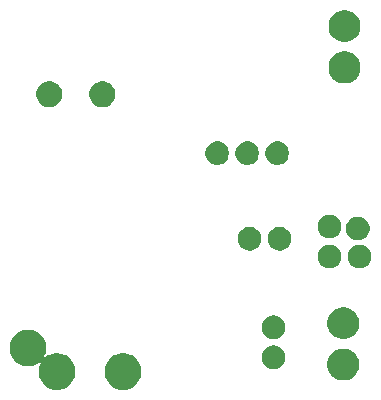
<source format=gbr>
G04 #@! TF.GenerationSoftware,KiCad,Pcbnew,5.1.5-52549c5~86~ubuntu18.04.1*
G04 #@! TF.CreationDate,2020-08-23T11:51:57-07:00*
G04 #@! TF.ProjectId,heat2sound_rx_rev01,68656174-3273-46f7-956e-645f72785f72,rev?*
G04 #@! TF.SameCoordinates,Original*
G04 #@! TF.FileFunction,Soldermask,Bot*
G04 #@! TF.FilePolarity,Negative*
%FSLAX46Y46*%
G04 Gerber Fmt 4.6, Leading zero omitted, Abs format (unit mm)*
G04 Created by KiCad (PCBNEW 5.1.5-52549c5~86~ubuntu18.04.1) date 2020-08-23 11:51:57*
%MOMM*%
%LPD*%
G04 APERTURE LIST*
%ADD10C,0.100000*%
G04 APERTURE END LIST*
D10*
G36*
X155002390Y-128729783D02*
G01*
X155152118Y-128759565D01*
X155268960Y-128807963D01*
X155434199Y-128876407D01*
X155434200Y-128876408D01*
X155688068Y-129046036D01*
X155903964Y-129261932D01*
X155903965Y-129261934D01*
X156073593Y-129515801D01*
X156142037Y-129681040D01*
X156190435Y-129797882D01*
X156250000Y-130097338D01*
X156250000Y-130402662D01*
X156190435Y-130702118D01*
X156154246Y-130789485D01*
X156073593Y-130984199D01*
X156053223Y-131014685D01*
X156048603Y-131023329D01*
X156045758Y-131032709D01*
X156044797Y-131042463D01*
X156045758Y-131052217D01*
X156048603Y-131061597D01*
X156053223Y-131070241D01*
X156059441Y-131077818D01*
X156067018Y-131084036D01*
X156075662Y-131088656D01*
X156085042Y-131091501D01*
X156094796Y-131092462D01*
X156104550Y-131091501D01*
X156113930Y-131088656D01*
X156122574Y-131084036D01*
X156130145Y-131077823D01*
X156161932Y-131046036D01*
X156415800Y-130876408D01*
X156415801Y-130876407D01*
X156581040Y-130807963D01*
X156697882Y-130759565D01*
X156847610Y-130729783D01*
X156997337Y-130700000D01*
X157302663Y-130700000D01*
X157452390Y-130729783D01*
X157602118Y-130759565D01*
X157718960Y-130807963D01*
X157884199Y-130876407D01*
X157884200Y-130876408D01*
X158138068Y-131046036D01*
X158353964Y-131261932D01*
X158393999Y-131321849D01*
X158523593Y-131515801D01*
X158568241Y-131623592D01*
X158616640Y-131740435D01*
X158640435Y-131797883D01*
X158700000Y-132097337D01*
X158700000Y-132402663D01*
X158640435Y-132702117D01*
X158523593Y-132984199D01*
X158523592Y-132984200D01*
X158353964Y-133238068D01*
X158138068Y-133453964D01*
X158010273Y-133539353D01*
X157884199Y-133623593D01*
X157718960Y-133692037D01*
X157602118Y-133740435D01*
X157452390Y-133770217D01*
X157302663Y-133800000D01*
X156997337Y-133800000D01*
X156847610Y-133770217D01*
X156697882Y-133740435D01*
X156581040Y-133692037D01*
X156415801Y-133623593D01*
X156289727Y-133539353D01*
X156161932Y-133453964D01*
X155946036Y-133238068D01*
X155776408Y-132984200D01*
X155776407Y-132984199D01*
X155659565Y-132702117D01*
X155600000Y-132402663D01*
X155600000Y-132097337D01*
X155659565Y-131797883D01*
X155683361Y-131740435D01*
X155731759Y-131623592D01*
X155776407Y-131515801D01*
X155796777Y-131485315D01*
X155801397Y-131476671D01*
X155804242Y-131467291D01*
X155805203Y-131457537D01*
X155804242Y-131447783D01*
X155801397Y-131438403D01*
X155796777Y-131429759D01*
X155790559Y-131422182D01*
X155782982Y-131415964D01*
X155774338Y-131411344D01*
X155764958Y-131408499D01*
X155755204Y-131407538D01*
X155745450Y-131408499D01*
X155736070Y-131411344D01*
X155727426Y-131415964D01*
X155719855Y-131422177D01*
X155688068Y-131453964D01*
X155613429Y-131503836D01*
X155434199Y-131623593D01*
X155268960Y-131692037D01*
X155152118Y-131740435D01*
X155002390Y-131770217D01*
X154852663Y-131800000D01*
X154547337Y-131800000D01*
X154397610Y-131770217D01*
X154247882Y-131740435D01*
X154131040Y-131692037D01*
X153965801Y-131623593D01*
X153786571Y-131503836D01*
X153711932Y-131453964D01*
X153496036Y-131238068D01*
X153367725Y-131046036D01*
X153326407Y-130984199D01*
X153245754Y-130789485D01*
X153209565Y-130702118D01*
X153150000Y-130402662D01*
X153150000Y-130097338D01*
X153209565Y-129797882D01*
X153257963Y-129681040D01*
X153326407Y-129515801D01*
X153496035Y-129261934D01*
X153496036Y-129261932D01*
X153711932Y-129046036D01*
X153965800Y-128876408D01*
X153965801Y-128876407D01*
X154131040Y-128807963D01*
X154247882Y-128759565D01*
X154397610Y-128729783D01*
X154547337Y-128700000D01*
X154852663Y-128700000D01*
X155002390Y-128729783D01*
G37*
G36*
X163052390Y-130729783D02*
G01*
X163202118Y-130759565D01*
X163318960Y-130807963D01*
X163484199Y-130876407D01*
X163484200Y-130876408D01*
X163738068Y-131046036D01*
X163953964Y-131261932D01*
X163993999Y-131321849D01*
X164123593Y-131515801D01*
X164168241Y-131623592D01*
X164216640Y-131740435D01*
X164240435Y-131797883D01*
X164300000Y-132097337D01*
X164300000Y-132402663D01*
X164240435Y-132702117D01*
X164123593Y-132984199D01*
X164123592Y-132984200D01*
X163953964Y-133238068D01*
X163738068Y-133453964D01*
X163610273Y-133539353D01*
X163484199Y-133623593D01*
X163318960Y-133692037D01*
X163202118Y-133740435D01*
X163052390Y-133770217D01*
X162902663Y-133800000D01*
X162597337Y-133800000D01*
X162447610Y-133770217D01*
X162297882Y-133740435D01*
X162181040Y-133692037D01*
X162015801Y-133623593D01*
X161889727Y-133539353D01*
X161761932Y-133453964D01*
X161546036Y-133238068D01*
X161376408Y-132984200D01*
X161376407Y-132984199D01*
X161259565Y-132702117D01*
X161200000Y-132402663D01*
X161200000Y-132097337D01*
X161259565Y-131797883D01*
X161283361Y-131740435D01*
X161331759Y-131623592D01*
X161376407Y-131515801D01*
X161506001Y-131321849D01*
X161546036Y-131261932D01*
X161761932Y-131046036D01*
X162015800Y-130876408D01*
X162015801Y-130876407D01*
X162181040Y-130807963D01*
X162297882Y-130759565D01*
X162447610Y-130729783D01*
X162597337Y-130700000D01*
X162902663Y-130700000D01*
X163052390Y-130729783D01*
G37*
G36*
X181793779Y-130351939D02*
G01*
X182039463Y-130453705D01*
X182039465Y-130453706D01*
X182260575Y-130601447D01*
X182448613Y-130789485D01*
X182578717Y-130984200D01*
X182596355Y-131010597D01*
X182698121Y-131256281D01*
X182750000Y-131517095D01*
X182750000Y-131783025D01*
X182698121Y-132043839D01*
X182596355Y-132289523D01*
X182596354Y-132289525D01*
X182448613Y-132510635D01*
X182260575Y-132698673D01*
X182039465Y-132846414D01*
X182039464Y-132846415D01*
X182039463Y-132846415D01*
X181793779Y-132948181D01*
X181532965Y-133000060D01*
X181267035Y-133000060D01*
X181006221Y-132948181D01*
X180760537Y-132846415D01*
X180760536Y-132846415D01*
X180760535Y-132846414D01*
X180539425Y-132698673D01*
X180351387Y-132510635D01*
X180203646Y-132289525D01*
X180203645Y-132289523D01*
X180101879Y-132043839D01*
X180050000Y-131783025D01*
X180050000Y-131517095D01*
X180101879Y-131256281D01*
X180203645Y-131010597D01*
X180221283Y-130984200D01*
X180351387Y-130789485D01*
X180539425Y-130601447D01*
X180760535Y-130453706D01*
X180760537Y-130453705D01*
X181006221Y-130351939D01*
X181267035Y-130300060D01*
X181532965Y-130300060D01*
X181793779Y-130351939D01*
G37*
G36*
X175695090Y-130049375D02*
G01*
X175791689Y-130068589D01*
X175973678Y-130143971D01*
X176137463Y-130253409D01*
X176276751Y-130392697D01*
X176386189Y-130556482D01*
X176461571Y-130738471D01*
X176500000Y-130931669D01*
X176500000Y-131128651D01*
X176461571Y-131321849D01*
X176386189Y-131503838D01*
X176276751Y-131667623D01*
X176137463Y-131806911D01*
X175973678Y-131916349D01*
X175791689Y-131991731D01*
X175695090Y-132010945D01*
X175598493Y-132030160D01*
X175401507Y-132030160D01*
X175304910Y-132010945D01*
X175208311Y-131991731D01*
X175026322Y-131916349D01*
X174862537Y-131806911D01*
X174723249Y-131667623D01*
X174613811Y-131503838D01*
X174538429Y-131321849D01*
X174500000Y-131128651D01*
X174500000Y-130931669D01*
X174538429Y-130738471D01*
X174613811Y-130556482D01*
X174723249Y-130392697D01*
X174862537Y-130253409D01*
X175026322Y-130143971D01*
X175208311Y-130068589D01*
X175304910Y-130049375D01*
X175401507Y-130030160D01*
X175598493Y-130030160D01*
X175695090Y-130049375D01*
G37*
G36*
X181793779Y-126851819D02*
G01*
X182039463Y-126953585D01*
X182039465Y-126953586D01*
X182260575Y-127101327D01*
X182448613Y-127289365D01*
X182448614Y-127289367D01*
X182596355Y-127510477D01*
X182698121Y-127756161D01*
X182750000Y-128016975D01*
X182750000Y-128282905D01*
X182698121Y-128543719D01*
X182633387Y-128700000D01*
X182596354Y-128789405D01*
X182448613Y-129010515D01*
X182260575Y-129198553D01*
X182039465Y-129346294D01*
X182039464Y-129346295D01*
X182039463Y-129346295D01*
X181793779Y-129448061D01*
X181532965Y-129499940D01*
X181267035Y-129499940D01*
X181006221Y-129448061D01*
X180760537Y-129346295D01*
X180760536Y-129346295D01*
X180760535Y-129346294D01*
X180539425Y-129198553D01*
X180351387Y-129010515D01*
X180203646Y-128789405D01*
X180166613Y-128700000D01*
X180101879Y-128543719D01*
X180050000Y-128282905D01*
X180050000Y-128016975D01*
X180101879Y-127756161D01*
X180203645Y-127510477D01*
X180351386Y-127289367D01*
X180351387Y-127289365D01*
X180539425Y-127101327D01*
X180760535Y-126953586D01*
X180760537Y-126953585D01*
X181006221Y-126851819D01*
X181267035Y-126799940D01*
X181532965Y-126799940D01*
X181793779Y-126851819D01*
G37*
G36*
X175695090Y-127509375D02*
G01*
X175791689Y-127528589D01*
X175973678Y-127603971D01*
X176137463Y-127713409D01*
X176276751Y-127852697D01*
X176386189Y-128016482D01*
X176461571Y-128198471D01*
X176500000Y-128391669D01*
X176500000Y-128588651D01*
X176461571Y-128781849D01*
X176386189Y-128963838D01*
X176276751Y-129127623D01*
X176137463Y-129266911D01*
X175973678Y-129376349D01*
X175791689Y-129451731D01*
X175695090Y-129470946D01*
X175598493Y-129490160D01*
X175401507Y-129490160D01*
X175304910Y-129470946D01*
X175208311Y-129451731D01*
X175026322Y-129376349D01*
X174862537Y-129266911D01*
X174723249Y-129127623D01*
X174613811Y-128963838D01*
X174538429Y-128781849D01*
X174500000Y-128588651D01*
X174500000Y-128391669D01*
X174538429Y-128198471D01*
X174613811Y-128016482D01*
X174723249Y-127852697D01*
X174862537Y-127713409D01*
X175026322Y-127603971D01*
X175208311Y-127528589D01*
X175304910Y-127509375D01*
X175401507Y-127490160D01*
X175598493Y-127490160D01*
X175695090Y-127509375D01*
G37*
G36*
X180425090Y-121539214D02*
G01*
X180521689Y-121558429D01*
X180703678Y-121633811D01*
X180867463Y-121743249D01*
X181006751Y-121882537D01*
X181116189Y-122046322D01*
X181191571Y-122228311D01*
X181230000Y-122421509D01*
X181230000Y-122618491D01*
X181191571Y-122811689D01*
X181116189Y-122993678D01*
X181006751Y-123157463D01*
X180867463Y-123296751D01*
X180703678Y-123406189D01*
X180521689Y-123481571D01*
X180425090Y-123500785D01*
X180328493Y-123520000D01*
X180131507Y-123520000D01*
X180034910Y-123500785D01*
X179938311Y-123481571D01*
X179756322Y-123406189D01*
X179592537Y-123296751D01*
X179453249Y-123157463D01*
X179343811Y-122993678D01*
X179268429Y-122811689D01*
X179230000Y-122618491D01*
X179230000Y-122421509D01*
X179268429Y-122228311D01*
X179343811Y-122046322D01*
X179453249Y-121882537D01*
X179592537Y-121743249D01*
X179756322Y-121633811D01*
X179938311Y-121558429D01*
X180034910Y-121539214D01*
X180131507Y-121520000D01*
X180328493Y-121520000D01*
X180425090Y-121539214D01*
G37*
G36*
X182965090Y-121539214D02*
G01*
X183061689Y-121558429D01*
X183243678Y-121633811D01*
X183407463Y-121743249D01*
X183546751Y-121882537D01*
X183656189Y-122046322D01*
X183731571Y-122228311D01*
X183770000Y-122421509D01*
X183770000Y-122618491D01*
X183731571Y-122811689D01*
X183656189Y-122993678D01*
X183546751Y-123157463D01*
X183407463Y-123296751D01*
X183243678Y-123406189D01*
X183061689Y-123481571D01*
X182965090Y-123500785D01*
X182868493Y-123520000D01*
X182671507Y-123520000D01*
X182574910Y-123500785D01*
X182478311Y-123481571D01*
X182296322Y-123406189D01*
X182132537Y-123296751D01*
X181993249Y-123157463D01*
X181883811Y-122993678D01*
X181808429Y-122811689D01*
X181770000Y-122618491D01*
X181770000Y-122421509D01*
X181808429Y-122228311D01*
X181883811Y-122046322D01*
X181993249Y-121882537D01*
X182132537Y-121743249D01*
X182296322Y-121633811D01*
X182478311Y-121558429D01*
X182574910Y-121539214D01*
X182671507Y-121520000D01*
X182868493Y-121520000D01*
X182965090Y-121539214D01*
G37*
G36*
X173664930Y-120019214D02*
G01*
X173761529Y-120038429D01*
X173943518Y-120113811D01*
X174107303Y-120223249D01*
X174246591Y-120362537D01*
X174356029Y-120526322D01*
X174431411Y-120708311D01*
X174450625Y-120804910D01*
X174469491Y-120899751D01*
X174469840Y-120901509D01*
X174469840Y-121098491D01*
X174431411Y-121291689D01*
X174356029Y-121473678D01*
X174246591Y-121637463D01*
X174107303Y-121776751D01*
X173943518Y-121886189D01*
X173761529Y-121961571D01*
X173664930Y-121980786D01*
X173568333Y-122000000D01*
X173371347Y-122000000D01*
X173274750Y-121980786D01*
X173178151Y-121961571D01*
X172996162Y-121886189D01*
X172832377Y-121776751D01*
X172693089Y-121637463D01*
X172583651Y-121473678D01*
X172508269Y-121291689D01*
X172469840Y-121098491D01*
X172469840Y-120901509D01*
X172470190Y-120899751D01*
X172489055Y-120804910D01*
X172508269Y-120708311D01*
X172583651Y-120526322D01*
X172693089Y-120362537D01*
X172832377Y-120223249D01*
X172996162Y-120113811D01*
X173178151Y-120038429D01*
X173274750Y-120019214D01*
X173371347Y-120000000D01*
X173568333Y-120000000D01*
X173664930Y-120019214D01*
G37*
G36*
X176204930Y-120019214D02*
G01*
X176301529Y-120038429D01*
X176483518Y-120113811D01*
X176647303Y-120223249D01*
X176786591Y-120362537D01*
X176896029Y-120526322D01*
X176971411Y-120708311D01*
X176990625Y-120804910D01*
X177009491Y-120899751D01*
X177009840Y-120901509D01*
X177009840Y-121098491D01*
X176971411Y-121291689D01*
X176896029Y-121473678D01*
X176786591Y-121637463D01*
X176647303Y-121776751D01*
X176483518Y-121886189D01*
X176301529Y-121961571D01*
X176204930Y-121980786D01*
X176108333Y-122000000D01*
X175911347Y-122000000D01*
X175814750Y-121980786D01*
X175718151Y-121961571D01*
X175536162Y-121886189D01*
X175372377Y-121776751D01*
X175233089Y-121637463D01*
X175123651Y-121473678D01*
X175048269Y-121291689D01*
X175009840Y-121098491D01*
X175009840Y-120901509D01*
X175010190Y-120899751D01*
X175029055Y-120804910D01*
X175048269Y-120708311D01*
X175123651Y-120526322D01*
X175233089Y-120362537D01*
X175372377Y-120223249D01*
X175536162Y-120113811D01*
X175718151Y-120038429D01*
X175814750Y-120019214D01*
X175911347Y-120000000D01*
X176108333Y-120000000D01*
X176204930Y-120019214D01*
G37*
G36*
X182822090Y-119142214D02*
G01*
X182918689Y-119161429D01*
X183100678Y-119236811D01*
X183264463Y-119346249D01*
X183403751Y-119485537D01*
X183513189Y-119649322D01*
X183588571Y-119831311D01*
X183588571Y-119831313D01*
X183627000Y-120024507D01*
X183627000Y-120221493D01*
X183617016Y-120271687D01*
X183588571Y-120414689D01*
X183513189Y-120596678D01*
X183403751Y-120760463D01*
X183264463Y-120899751D01*
X183100678Y-121009189D01*
X182918689Y-121084571D01*
X182822090Y-121103786D01*
X182725493Y-121123000D01*
X182528507Y-121123000D01*
X182431910Y-121103786D01*
X182335311Y-121084571D01*
X182153322Y-121009189D01*
X181989537Y-120899751D01*
X181850249Y-120760463D01*
X181740811Y-120596678D01*
X181665429Y-120414689D01*
X181636984Y-120271687D01*
X181627000Y-120221493D01*
X181627000Y-120024507D01*
X181665429Y-119831313D01*
X181665429Y-119831311D01*
X181740811Y-119649322D01*
X181850249Y-119485537D01*
X181989537Y-119346249D01*
X182153322Y-119236811D01*
X182335311Y-119161429D01*
X182431910Y-119142214D01*
X182528507Y-119123000D01*
X182725493Y-119123000D01*
X182822090Y-119142214D01*
G37*
G36*
X180425090Y-118999215D02*
G01*
X180521689Y-119018429D01*
X180703678Y-119093811D01*
X180867463Y-119203249D01*
X181006751Y-119342537D01*
X181116189Y-119506322D01*
X181191571Y-119688311D01*
X181230000Y-119881509D01*
X181230000Y-120078491D01*
X181191571Y-120271689D01*
X181116189Y-120453678D01*
X181006751Y-120617463D01*
X180867463Y-120756751D01*
X180703678Y-120866189D01*
X180521689Y-120941571D01*
X180425090Y-120960785D01*
X180328493Y-120980000D01*
X180131507Y-120980000D01*
X180034910Y-120960785D01*
X179938311Y-120941571D01*
X179756322Y-120866189D01*
X179592537Y-120756751D01*
X179453249Y-120617463D01*
X179343811Y-120453678D01*
X179268429Y-120271689D01*
X179230000Y-120078491D01*
X179230000Y-119881509D01*
X179268429Y-119688311D01*
X179343811Y-119506322D01*
X179453249Y-119342537D01*
X179592537Y-119203249D01*
X179756322Y-119093811D01*
X179938311Y-119018429D01*
X180034910Y-118999215D01*
X180131507Y-118980000D01*
X180328493Y-118980000D01*
X180425090Y-118999215D01*
G37*
G36*
X170905090Y-112769215D02*
G01*
X171001689Y-112788429D01*
X171183678Y-112863811D01*
X171347463Y-112973249D01*
X171486751Y-113112537D01*
X171596189Y-113276322D01*
X171671571Y-113458311D01*
X171710000Y-113651509D01*
X171710000Y-113848491D01*
X171671571Y-114041689D01*
X171596189Y-114223678D01*
X171486751Y-114387463D01*
X171347463Y-114526751D01*
X171183678Y-114636189D01*
X171001689Y-114711571D01*
X170905090Y-114730785D01*
X170808493Y-114750000D01*
X170611507Y-114750000D01*
X170514910Y-114730785D01*
X170418311Y-114711571D01*
X170236322Y-114636189D01*
X170072537Y-114526751D01*
X169933249Y-114387463D01*
X169823811Y-114223678D01*
X169748429Y-114041689D01*
X169710000Y-113848491D01*
X169710000Y-113651509D01*
X169748429Y-113458311D01*
X169823811Y-113276322D01*
X169933249Y-113112537D01*
X170072537Y-112973249D01*
X170236322Y-112863811D01*
X170418311Y-112788429D01*
X170514910Y-112769215D01*
X170611507Y-112750000D01*
X170808493Y-112750000D01*
X170905090Y-112769215D01*
G37*
G36*
X175985090Y-112769215D02*
G01*
X176081689Y-112788429D01*
X176263678Y-112863811D01*
X176427463Y-112973249D01*
X176566751Y-113112537D01*
X176676189Y-113276322D01*
X176751571Y-113458311D01*
X176790000Y-113651509D01*
X176790000Y-113848491D01*
X176751571Y-114041689D01*
X176676189Y-114223678D01*
X176566751Y-114387463D01*
X176427463Y-114526751D01*
X176263678Y-114636189D01*
X176081689Y-114711571D01*
X175985090Y-114730785D01*
X175888493Y-114750000D01*
X175691507Y-114750000D01*
X175594910Y-114730785D01*
X175498311Y-114711571D01*
X175316322Y-114636189D01*
X175152537Y-114526751D01*
X175013249Y-114387463D01*
X174903811Y-114223678D01*
X174828429Y-114041689D01*
X174790000Y-113848491D01*
X174790000Y-113651509D01*
X174828429Y-113458311D01*
X174903811Y-113276322D01*
X175013249Y-113112537D01*
X175152537Y-112973249D01*
X175316322Y-112863811D01*
X175498311Y-112788429D01*
X175594910Y-112769215D01*
X175691507Y-112750000D01*
X175888493Y-112750000D01*
X175985090Y-112769215D01*
G37*
G36*
X173445090Y-112769215D02*
G01*
X173541689Y-112788429D01*
X173723678Y-112863811D01*
X173887463Y-112973249D01*
X174026751Y-113112537D01*
X174136189Y-113276322D01*
X174211571Y-113458311D01*
X174250000Y-113651509D01*
X174250000Y-113848491D01*
X174211571Y-114041689D01*
X174136189Y-114223678D01*
X174026751Y-114387463D01*
X173887463Y-114526751D01*
X173723678Y-114636189D01*
X173541689Y-114711571D01*
X173445090Y-114730785D01*
X173348493Y-114750000D01*
X173151507Y-114750000D01*
X173054910Y-114730785D01*
X172958311Y-114711571D01*
X172776322Y-114636189D01*
X172612537Y-114526751D01*
X172473249Y-114387463D01*
X172363811Y-114223678D01*
X172288429Y-114041689D01*
X172250000Y-113848491D01*
X172250000Y-113651509D01*
X172288429Y-113458311D01*
X172363811Y-113276322D01*
X172473249Y-113112537D01*
X172612537Y-112973249D01*
X172776322Y-112863811D01*
X172958311Y-112788429D01*
X173054910Y-112769215D01*
X173151507Y-112750000D01*
X173348493Y-112750000D01*
X173445090Y-112769215D01*
G37*
G36*
X156820588Y-107692762D02*
G01*
X157020682Y-107775644D01*
X157020684Y-107775645D01*
X157200764Y-107895970D01*
X157353910Y-108049116D01*
X157474235Y-108229196D01*
X157474236Y-108229198D01*
X157557118Y-108429292D01*
X157599370Y-108641708D01*
X157599370Y-108858292D01*
X157557118Y-109070708D01*
X157474236Y-109270802D01*
X157474235Y-109270804D01*
X157353910Y-109450884D01*
X157200764Y-109604030D01*
X157020684Y-109724355D01*
X157020683Y-109724356D01*
X157020682Y-109724356D01*
X156820588Y-109807238D01*
X156608172Y-109849490D01*
X156391588Y-109849490D01*
X156179172Y-109807238D01*
X155979078Y-109724356D01*
X155979077Y-109724356D01*
X155979076Y-109724355D01*
X155798996Y-109604030D01*
X155645850Y-109450884D01*
X155525525Y-109270804D01*
X155525524Y-109270802D01*
X155442642Y-109070708D01*
X155400390Y-108858292D01*
X155400390Y-108641708D01*
X155442642Y-108429292D01*
X155525524Y-108229198D01*
X155525525Y-108229196D01*
X155645850Y-108049116D01*
X155798996Y-107895970D01*
X155979076Y-107775645D01*
X155979078Y-107775644D01*
X156179172Y-107692762D01*
X156391588Y-107650510D01*
X156608172Y-107650510D01*
X156820588Y-107692762D01*
G37*
G36*
X161321468Y-107692762D02*
G01*
X161521562Y-107775644D01*
X161521564Y-107775645D01*
X161701644Y-107895970D01*
X161854790Y-108049116D01*
X161975115Y-108229196D01*
X161975116Y-108229198D01*
X162057998Y-108429292D01*
X162100250Y-108641708D01*
X162100250Y-108858292D01*
X162057998Y-109070708D01*
X161975116Y-109270802D01*
X161975115Y-109270804D01*
X161854790Y-109450884D01*
X161701644Y-109604030D01*
X161521564Y-109724355D01*
X161521563Y-109724356D01*
X161521562Y-109724356D01*
X161321468Y-109807238D01*
X161109052Y-109849490D01*
X160892468Y-109849490D01*
X160680052Y-109807238D01*
X160479958Y-109724356D01*
X160479957Y-109724356D01*
X160479956Y-109724355D01*
X160299876Y-109604030D01*
X160146730Y-109450884D01*
X160026405Y-109270804D01*
X160026404Y-109270802D01*
X159943522Y-109070708D01*
X159901270Y-108858292D01*
X159901270Y-108641708D01*
X159943522Y-108429292D01*
X160026404Y-108229198D01*
X160026405Y-108229196D01*
X160146730Y-108049116D01*
X160299876Y-107895970D01*
X160479956Y-107775645D01*
X160479958Y-107775644D01*
X160680052Y-107692762D01*
X160892468Y-107650510D01*
X161109052Y-107650510D01*
X161321468Y-107692762D01*
G37*
G36*
X181893779Y-105201939D02*
G01*
X182139463Y-105303705D01*
X182139465Y-105303706D01*
X182360575Y-105451447D01*
X182548613Y-105639485D01*
X182548614Y-105639487D01*
X182696355Y-105860597D01*
X182798121Y-106106281D01*
X182850000Y-106367095D01*
X182850000Y-106633025D01*
X182798121Y-106893839D01*
X182696355Y-107139523D01*
X182696354Y-107139525D01*
X182548613Y-107360635D01*
X182360575Y-107548673D01*
X182139465Y-107696414D01*
X182139464Y-107696415D01*
X182139463Y-107696415D01*
X181893779Y-107798181D01*
X181632965Y-107850060D01*
X181367035Y-107850060D01*
X181106221Y-107798181D01*
X180860537Y-107696415D01*
X180860536Y-107696415D01*
X180860535Y-107696414D01*
X180639425Y-107548673D01*
X180451387Y-107360635D01*
X180303646Y-107139525D01*
X180303645Y-107139523D01*
X180201879Y-106893839D01*
X180150000Y-106633025D01*
X180150000Y-106367095D01*
X180201879Y-106106281D01*
X180303645Y-105860597D01*
X180451386Y-105639487D01*
X180451387Y-105639485D01*
X180639425Y-105451447D01*
X180860535Y-105303706D01*
X180860537Y-105303705D01*
X181106221Y-105201939D01*
X181367035Y-105150060D01*
X181632965Y-105150060D01*
X181893779Y-105201939D01*
G37*
G36*
X181893779Y-101701819D02*
G01*
X182139463Y-101803585D01*
X182139465Y-101803586D01*
X182360575Y-101951327D01*
X182548613Y-102139365D01*
X182548614Y-102139367D01*
X182696355Y-102360477D01*
X182798121Y-102606161D01*
X182850000Y-102866975D01*
X182850000Y-103132905D01*
X182798121Y-103393719D01*
X182696355Y-103639403D01*
X182696354Y-103639405D01*
X182548613Y-103860515D01*
X182360575Y-104048553D01*
X182139465Y-104196294D01*
X182139464Y-104196295D01*
X182139463Y-104196295D01*
X181893779Y-104298061D01*
X181632965Y-104349940D01*
X181367035Y-104349940D01*
X181106221Y-104298061D01*
X180860537Y-104196295D01*
X180860536Y-104196295D01*
X180860535Y-104196294D01*
X180639425Y-104048553D01*
X180451387Y-103860515D01*
X180303646Y-103639405D01*
X180303645Y-103639403D01*
X180201879Y-103393719D01*
X180150000Y-103132905D01*
X180150000Y-102866975D01*
X180201879Y-102606161D01*
X180303645Y-102360477D01*
X180451386Y-102139367D01*
X180451387Y-102139365D01*
X180639425Y-101951327D01*
X180860535Y-101803586D01*
X180860537Y-101803585D01*
X181106221Y-101701819D01*
X181367035Y-101649940D01*
X181632965Y-101649940D01*
X181893779Y-101701819D01*
G37*
M02*

</source>
